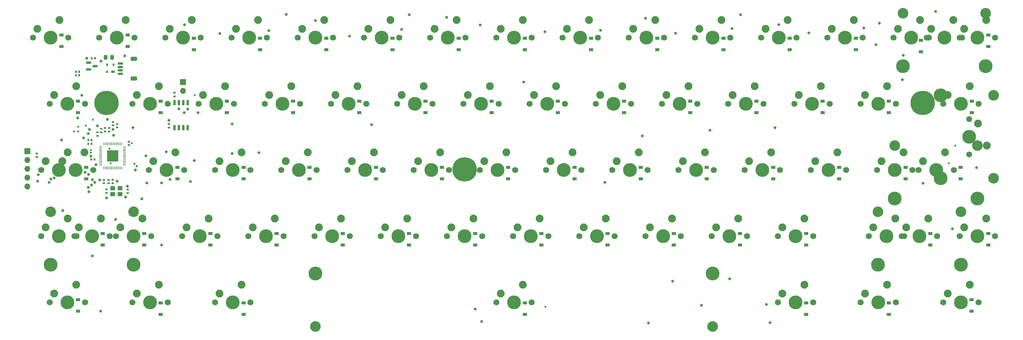
<source format=gbr>
%TF.GenerationSoftware,KiCad,Pcbnew,(6.0.10)*%
%TF.CreationDate,2023-01-19T12:44:57+01:00*%
%TF.ProjectId,SST60,53535436-302e-46b6-9963-61645f706362,0.1*%
%TF.SameCoordinates,Original*%
%TF.FileFunction,Soldermask,Bot*%
%TF.FilePolarity,Negative*%
%FSLAX46Y46*%
G04 Gerber Fmt 4.6, Leading zero omitted, Abs format (unit mm)*
G04 Created by KiCad (PCBNEW (6.0.10)) date 2023-01-19 12:44:57*
%MOMM*%
%LPD*%
G01*
G04 APERTURE LIST*
G04 Aperture macros list*
%AMRoundRect*
0 Rectangle with rounded corners*
0 $1 Rounding radius*
0 $2 $3 $4 $5 $6 $7 $8 $9 X,Y pos of 4 corners*
0 Add a 4 corners polygon primitive as box body*
4,1,4,$2,$3,$4,$5,$6,$7,$8,$9,$2,$3,0*
0 Add four circle primitives for the rounded corners*
1,1,$1+$1,$2,$3*
1,1,$1+$1,$4,$5*
1,1,$1+$1,$6,$7*
1,1,$1+$1,$8,$9*
0 Add four rect primitives between the rounded corners*
20,1,$1+$1,$2,$3,$4,$5,0*
20,1,$1+$1,$4,$5,$6,$7,0*
20,1,$1+$1,$6,$7,$8,$9,0*
20,1,$1+$1,$8,$9,$2,$3,0*%
G04 Aperture macros list end*
%ADD10C,3.987800*%
%ADD11C,1.750000*%
%ADD12C,2.250000*%
%ADD13C,1.000000*%
%ADD14C,7.001300*%
%ADD15C,7.000240*%
%ADD16C,3.048000*%
%ADD17C,1.701800*%
%ADD18R,1.000000X0.700000*%
%ADD19R,0.600000X0.700000*%
%ADD20R,1.200000X0.900000*%
%ADD21RoundRect,0.140000X-0.170000X0.140000X-0.170000X-0.140000X0.170000X-0.140000X0.170000X0.140000X0*%
%ADD22RoundRect,0.140000X0.170000X-0.140000X0.170000X0.140000X-0.170000X0.140000X-0.170000X-0.140000X0*%
%ADD23RoundRect,0.140000X-0.140000X-0.170000X0.140000X-0.170000X0.140000X0.170000X-0.140000X0.170000X0*%
%ADD24RoundRect,0.135000X0.185000X-0.135000X0.185000X0.135000X-0.185000X0.135000X-0.185000X-0.135000X0*%
%ADD25RoundRect,0.050000X0.387500X0.050000X-0.387500X0.050000X-0.387500X-0.050000X0.387500X-0.050000X0*%
%ADD26RoundRect,0.050000X0.050000X0.387500X-0.050000X0.387500X-0.050000X-0.387500X0.050000X-0.387500X0*%
%ADD27RoundRect,0.144000X1.456000X1.456000X-1.456000X1.456000X-1.456000X-1.456000X1.456000X-1.456000X0*%
%ADD28RoundRect,0.140000X0.140000X0.170000X-0.140000X0.170000X-0.140000X-0.170000X0.140000X-0.170000X0*%
%ADD29R,1.700000X1.700000*%
%ADD30O,1.700000X1.700000*%
%ADD31RoundRect,0.135000X-0.185000X0.135000X-0.185000X-0.135000X0.185000X-0.135000X0.185000X0.135000X0*%
%ADD32RoundRect,0.150000X-0.625000X0.150000X-0.625000X-0.150000X0.625000X-0.150000X0.625000X0.150000X0*%
%ADD33RoundRect,0.250000X-0.650000X0.350000X-0.650000X-0.350000X0.650000X-0.350000X0.650000X0.350000X0*%
%ADD34R,1.400000X1.200000*%
%ADD35RoundRect,0.150000X-0.587500X-0.150000X0.587500X-0.150000X0.587500X0.150000X-0.587500X0.150000X0*%
%ADD36RoundRect,0.150000X-0.150000X0.650000X-0.150000X-0.650000X0.150000X-0.650000X0.150000X0.650000X0*%
%ADD37RoundRect,0.243750X-0.243750X-0.456250X0.243750X-0.456250X0.243750X0.456250X-0.243750X0.456250X0*%
%ADD38RoundRect,0.140000X-0.219203X-0.021213X-0.021213X-0.219203X0.219203X0.021213X0.021213X0.219203X0*%
%ADD39C,0.800000*%
%ADD40C,0.600000*%
G04 APERTURE END LIST*
D10*
%TO.C,1.50u*%
X46037500Y-125412500D03*
D11*
X51117500Y-125412500D03*
X40957500Y-125412500D03*
D12*
X42227500Y-122872500D03*
X48577500Y-120332500D03*
%TD*%
D11*
%TO.C,T*%
X140970000Y-68262500D03*
X151130000Y-68262500D03*
D10*
X146050000Y-68262500D03*
D12*
X142240000Y-65722500D03*
X148590000Y-63182500D03*
%TD*%
D11*
%TO.C,Tab*%
X40957500Y-68262500D03*
X51117500Y-68262500D03*
D10*
X46037500Y-68262500D03*
D12*
X42227500Y-65722500D03*
X48577500Y-63182500D03*
%TD*%
D11*
%TO.C,[*%
X265430000Y-68262500D03*
X255270000Y-68262500D03*
D10*
X260350000Y-68262500D03*
D12*
X256540000Y-65722500D03*
X262890000Y-63182500D03*
%TD*%
D10*
%TO.C,1.50u*%
X255587500Y-125412500D03*
D11*
X250507500Y-125412500D03*
X260667500Y-125412500D03*
D12*
X251777500Y-122872500D03*
X258127500Y-120332500D03*
%TD*%
D11*
%TO.C,R*%
X132080000Y-68262500D03*
X121920000Y-68262500D03*
D10*
X127000000Y-68262500D03*
D12*
X123190000Y-65722500D03*
X129540000Y-63182500D03*
%TD*%
D10*
%TO.C,<*%
X217487500Y-106362500D03*
D11*
X222567500Y-106362500D03*
X212407500Y-106362500D03*
D12*
X213677500Y-103822500D03*
X220027500Y-101282500D03*
%TD*%
D10*
%TO.C,Stepped*%
X43656250Y-87312500D03*
D11*
X38576250Y-87312500D03*
X48736250Y-87312500D03*
D12*
X39846250Y-84772500D03*
X46196250Y-82232500D03*
%TD*%
D11*
%TO.C,S*%
X88582500Y-87312500D03*
X98742500Y-87312500D03*
D10*
X93662500Y-87312500D03*
D12*
X89852500Y-84772500D03*
X96202500Y-82232500D03*
%TD*%
D11*
%TO.C,B*%
X155257500Y-106362500D03*
D10*
X160337500Y-106362500D03*
D11*
X165417500Y-106362500D03*
D12*
X156527500Y-103822500D03*
X162877500Y-101282500D03*
%TD*%
D11*
%TO.C,H*%
X164782500Y-87312500D03*
X174942500Y-87312500D03*
D10*
X169862500Y-87312500D03*
D12*
X166052500Y-84772500D03*
X172402500Y-82232500D03*
%TD*%
D11*
%TO.C,D*%
X117792500Y-87312500D03*
X107632500Y-87312500D03*
D10*
X112712500Y-87312500D03*
D12*
X108902500Y-84772500D03*
X115252500Y-82232500D03*
%TD*%
D11*
%TO.C,J*%
X183832500Y-87312500D03*
X193992500Y-87312500D03*
D10*
X188912500Y-87312500D03*
D12*
X185102500Y-84772500D03*
X191452500Y-82232500D03*
%TD*%
D11*
%TO.C,ISO*%
X289242500Y-87312500D03*
X279082500Y-87312500D03*
D10*
X284162500Y-87312500D03*
D12*
X280352500Y-84772500D03*
X286702500Y-82232500D03*
%TD*%
D10*
%TO.C,Z*%
X84137500Y-106362500D03*
D11*
X89217500Y-106362500D03*
X79057500Y-106362500D03*
D12*
X80327500Y-103822500D03*
X86677500Y-101282500D03*
%TD*%
D11*
%TO.C,Split*%
X302895000Y-106362500D03*
X313055000Y-106362500D03*
D10*
X307975000Y-106362500D03*
D12*
X304165000Y-103822500D03*
X310515000Y-101282500D03*
%TD*%
D11*
%TO.C,W*%
X93980000Y-68262500D03*
D10*
X88900000Y-68262500D03*
D11*
X83820000Y-68262500D03*
D12*
X85090000Y-65722500D03*
X91440000Y-63182500D03*
%TD*%
D11*
%TO.C,-*%
X255905000Y-49212500D03*
D10*
X250825000Y-49212500D03*
D11*
X245745000Y-49212500D03*
D12*
X247015000Y-46672500D03*
X253365000Y-44132500D03*
%TD*%
D11*
%TO.C,Split*%
X276701250Y-106362500D03*
D10*
X281781250Y-106362500D03*
D11*
X286861250Y-106362500D03*
D12*
X277971250Y-103822500D03*
X284321250Y-101282500D03*
%TD*%
D10*
%TO.C,V*%
X141287500Y-106362500D03*
D11*
X146367500Y-106362500D03*
X136207500Y-106362500D03*
D12*
X137477500Y-103822500D03*
X143827500Y-101282500D03*
%TD*%
D11*
%TO.C,X*%
X98107500Y-106362500D03*
X108267500Y-106362500D03*
D10*
X103187500Y-106362500D03*
D12*
X99377500Y-103822500D03*
X105727500Y-101282500D03*
%TD*%
D11*
%TO.C,1u*%
X284480000Y-125412500D03*
X274320000Y-125412500D03*
D10*
X279400000Y-125412500D03*
D12*
X275590000Y-122872500D03*
X281940000Y-120332500D03*
%TD*%
D11*
%TO.C,5*%
X141605000Y-49212500D03*
X131445000Y-49212500D03*
D10*
X136525000Y-49212500D03*
D12*
X132715000Y-46672500D03*
X139065000Y-44132500D03*
%TD*%
D13*
%TO.C,H1*%
X55709904Y-66404904D03*
X57336250Y-70331250D03*
X58962596Y-69657596D03*
X55036250Y-68031250D03*
X292186250Y-70331250D03*
X57336250Y-65731250D03*
X59636250Y-68031250D03*
X58962596Y-66404904D03*
X292186250Y-65731250D03*
D14*
X57336250Y-68031250D03*
D13*
X55709904Y-69657596D03*
D15*
X160336250Y-87131250D03*
D13*
X293635250Y-70413250D03*
X290714250Y-70413250D03*
D15*
X292186250Y-68031250D03*
D13*
X290841250Y-65714250D03*
X293635250Y-65714250D03*
%TD*%
D11*
%TO.C,G*%
X145732500Y-87312500D03*
X155892500Y-87312500D03*
D10*
X150812500Y-87312500D03*
D12*
X147002500Y-84772500D03*
X153352500Y-82232500D03*
%TD*%
D10*
%TO.C,:*%
X246062500Y-87312500D03*
D11*
X240982500Y-87312500D03*
X251142500Y-87312500D03*
D12*
X242252500Y-84772500D03*
X248602500Y-82232500D03*
%TD*%
D11*
%TO.C,8*%
X198755000Y-49212500D03*
X188595000Y-49212500D03*
D10*
X193675000Y-49212500D03*
D12*
X189865000Y-46672500D03*
X196215000Y-44132500D03*
%TD*%
D11*
%TO.C,P*%
X236220000Y-68262500D03*
D10*
X241300000Y-68262500D03*
D11*
X246380000Y-68262500D03*
D12*
X237490000Y-65722500D03*
X243840000Y-63182500D03*
%TD*%
D11*
%TO.C,Q*%
X74930000Y-68262500D03*
D10*
X69850000Y-68262500D03*
D11*
X64770000Y-68262500D03*
D12*
X66040000Y-65722500D03*
X72390000Y-63182500D03*
%TD*%
D11*
%TO.C,1*%
X65405000Y-49212500D03*
X55245000Y-49212500D03*
D10*
X60325000Y-49212500D03*
D12*
X56515000Y-46672500D03*
X62865000Y-44132500D03*
%TD*%
D11*
%TO.C,Y*%
X170180000Y-68262500D03*
D10*
X165100000Y-68262500D03*
D11*
X160020000Y-68262500D03*
D12*
X161290000Y-65722500D03*
X167640000Y-63182500D03*
%TD*%
D11*
%TO.C,]*%
X274320000Y-68262500D03*
X284480000Y-68262500D03*
D10*
X279400000Y-68262500D03*
D12*
X275590000Y-65722500D03*
X281940000Y-63182500D03*
%TD*%
D10*
%TO.C,9*%
X212725000Y-49212500D03*
D11*
X207645000Y-49212500D03*
X217805000Y-49212500D03*
D12*
X208915000Y-46672500D03*
X215265000Y-44132500D03*
%TD*%
D11*
%TO.C,ISO*%
X60007500Y-106362500D03*
D10*
X65087500Y-106362500D03*
D11*
X70167500Y-106362500D03*
D12*
X61277500Y-103822500D03*
X67627500Y-101282500D03*
%TD*%
D10*
%TO.C,>*%
X236537500Y-106362500D03*
D11*
X231457500Y-106362500D03*
X241617500Y-106362500D03*
D12*
X232727500Y-103822500D03*
X239077500Y-101282500D03*
%TD*%
D11*
%TO.C,Full*%
X286226250Y-106362500D03*
D16*
X303244250Y-99377500D03*
D10*
X291306250Y-106362500D03*
X303244250Y-114617500D03*
D11*
X296386250Y-106362500D03*
D16*
X279368250Y-99377500D03*
D10*
X279368250Y-114617500D03*
D12*
X287496250Y-103822500D03*
X293846250Y-101282500D03*
%TD*%
D11*
%TO.C,C*%
X127317500Y-106362500D03*
X117157500Y-106362500D03*
D10*
X122237500Y-106362500D03*
D12*
X118427500Y-103822500D03*
X124777500Y-101282500D03*
%TD*%
D11*
%TO.C,E*%
X102870000Y-68262500D03*
X113030000Y-68262500D03*
D10*
X107950000Y-68262500D03*
D12*
X104140000Y-65722500D03*
X110490000Y-63182500D03*
%TD*%
D11*
%TO.C,ANSI*%
X290988750Y-87312500D03*
X301148750Y-87312500D03*
D16*
X284162500Y-80327500D03*
D10*
X307975000Y-95567500D03*
X296068750Y-87312500D03*
X284162500Y-95567500D03*
D16*
X307975000Y-80327500D03*
D12*
X292258750Y-84772500D03*
X298608750Y-82232500D03*
%TD*%
D11*
%TO.C,A*%
X79692500Y-87312500D03*
D10*
X74612500Y-87312500D03*
D11*
X69532500Y-87312500D03*
D12*
X70802500Y-84772500D03*
X77152500Y-82232500D03*
%TD*%
D10*
%TO.C,Split*%
X307975000Y-49212500D03*
D11*
X302895000Y-49212500D03*
X313055000Y-49212500D03*
D12*
X304165000Y-46672500D03*
X310515000Y-44132500D03*
%TD*%
D10*
%TO.C,0*%
X231775000Y-49212500D03*
D11*
X236855000Y-49212500D03*
X226695000Y-49212500D03*
D12*
X227965000Y-46672500D03*
X234315000Y-44132500D03*
%TD*%
D11*
%TO.C,L*%
X232092500Y-87312500D03*
X221932500Y-87312500D03*
D10*
X227012500Y-87312500D03*
D12*
X223202500Y-84772500D03*
X229552500Y-82232500D03*
%TD*%
D10*
%TO.C,I*%
X203200000Y-68262500D03*
D11*
X198120000Y-68262500D03*
X208280000Y-68262500D03*
D12*
X199390000Y-65722500D03*
X205740000Y-63182500D03*
%TD*%
D11*
%TO.C,M*%
X203517500Y-106362500D03*
X193357500Y-106362500D03*
D10*
X198437500Y-106362500D03*
D12*
X194627500Y-103822500D03*
X200977500Y-101282500D03*
%TD*%
D11*
%TO.C,Full*%
X293370000Y-49212500D03*
D10*
X286543750Y-57467500D03*
X298450000Y-49212500D03*
D16*
X310356250Y-42227500D03*
D11*
X303530000Y-49212500D03*
D10*
X310356250Y-57467500D03*
D16*
X286543750Y-42227500D03*
D12*
X294640000Y-46672500D03*
X300990000Y-44132500D03*
%TD*%
D11*
%TO.C,?*%
X260667500Y-106362500D03*
X250507500Y-106362500D03*
D10*
X255587500Y-106362500D03*
D12*
X251777500Y-103822500D03*
X258127500Y-101282500D03*
%TD*%
D11*
%TO.C,F*%
X136842500Y-87312500D03*
D10*
X131762500Y-87312500D03*
D11*
X126682500Y-87312500D03*
D12*
X127952500Y-84772500D03*
X134302500Y-82232500D03*
%TD*%
D16*
%TO.C,ISO*%
X312578750Y-65849500D03*
D17*
X305593750Y-72707500D03*
D10*
X305593750Y-77787500D03*
X297338750Y-89725500D03*
D16*
X312578750Y-89725500D03*
D17*
X305593750Y-82867500D03*
D10*
X297338750Y-65849500D03*
D12*
X310673750Y-80327500D03*
X308133750Y-73977500D03*
%TD*%
D11*
%TO.C,1u*%
X74930000Y-125412500D03*
D10*
X69850000Y-125412500D03*
D11*
X64770000Y-125412500D03*
D12*
X66040000Y-122872500D03*
X72390000Y-120332500D03*
%TD*%
D11*
%TO.C,N*%
X174307500Y-106362500D03*
X184467500Y-106362500D03*
D10*
X179387500Y-106362500D03*
D12*
X175577500Y-103822500D03*
X181927500Y-101282500D03*
%TD*%
D11*
%TO.C,3*%
X93345000Y-49212500D03*
D10*
X98425000Y-49212500D03*
D11*
X103505000Y-49212500D03*
D12*
X94615000Y-46672500D03*
X100965000Y-44132500D03*
%TD*%
D11*
%TO.C,6*%
X160655000Y-49212500D03*
X150495000Y-49212500D03*
D10*
X155575000Y-49212500D03*
D12*
X151765000Y-46672500D03*
X158115000Y-44132500D03*
%TD*%
D10*
%TO.C,"*%
X265112500Y-87312500D03*
D11*
X260032500Y-87312500D03*
X270192500Y-87312500D03*
D12*
X261302500Y-84772500D03*
X267652500Y-82232500D03*
%TD*%
D10*
%TO.C,Esc*%
X41275000Y-49212500D03*
D11*
X36195000Y-49212500D03*
X46355000Y-49212500D03*
D12*
X37465000Y-46672500D03*
X43815000Y-44132500D03*
%TD*%
D11*
%TO.C,1.50u*%
X98742500Y-125412500D03*
X88582500Y-125412500D03*
D10*
X93662500Y-125412500D03*
D12*
X89852500Y-122872500D03*
X96202500Y-120332500D03*
%TD*%
D11*
%TO.C,=*%
X274955000Y-49212500D03*
D10*
X269875000Y-49212500D03*
D11*
X264795000Y-49212500D03*
D12*
X266065000Y-46672500D03*
X272415000Y-44132500D03*
%TD*%
D11*
%TO.C,Split*%
X294005000Y-49212500D03*
D10*
X288925000Y-49212500D03*
D11*
X283845000Y-49212500D03*
D12*
X285115000Y-46672500D03*
X291465000Y-44132500D03*
%TD*%
D11*
%TO.C,K*%
X202882500Y-87312500D03*
D10*
X207962500Y-87312500D03*
D11*
X213042500Y-87312500D03*
D12*
X204152500Y-84772500D03*
X210502500Y-82232500D03*
%TD*%
D10*
%TO.C,ISO*%
X43656250Y-106362500D03*
D11*
X38576250Y-106362500D03*
X48736250Y-106362500D03*
D12*
X39846250Y-103822500D03*
X46196250Y-101282500D03*
%TD*%
D11*
%TO.C,2*%
X74295000Y-49212500D03*
D10*
X79375000Y-49212500D03*
D11*
X84455000Y-49212500D03*
D12*
X75565000Y-46672500D03*
X81915000Y-44132500D03*
%TD*%
D11*
%TO.C,ANSI*%
X298132500Y-68262500D03*
X308292500Y-68262500D03*
D10*
X303212500Y-68262500D03*
D12*
X299402500Y-65722500D03*
X305752500Y-63182500D03*
%TD*%
D11*
%TO.C,Full*%
X53498750Y-87312500D03*
X43338750Y-87312500D03*
D10*
X48418750Y-87312500D03*
D12*
X44608750Y-84772500D03*
X50958750Y-82232500D03*
%TD*%
D11*
%TO.C,7*%
X169545000Y-49212500D03*
D10*
X174625000Y-49212500D03*
D11*
X179705000Y-49212500D03*
D12*
X170815000Y-46672500D03*
X177165000Y-44132500D03*
%TD*%
D11*
%TO.C,O*%
X227330000Y-68262500D03*
X217170000Y-68262500D03*
D10*
X222250000Y-68262500D03*
D12*
X218440000Y-65722500D03*
X224790000Y-63182500D03*
%TD*%
D11*
%TO.C,1.50u*%
X308292500Y-125412500D03*
X298132500Y-125412500D03*
D10*
X303212500Y-125412500D03*
D12*
X299402500Y-122872500D03*
X305752500Y-120332500D03*
%TD*%
D10*
%TO.C,ANSI*%
X53181250Y-106362500D03*
D16*
X41275000Y-99377500D03*
D10*
X65087500Y-114617500D03*
D11*
X48101250Y-106362500D03*
D10*
X41275000Y-114617500D03*
D16*
X65087500Y-99377500D03*
D11*
X58261250Y-106362500D03*
D12*
X49371250Y-103822500D03*
X55721250Y-101282500D03*
%TD*%
D11*
%TO.C,MX42*%
X179705000Y-125412500D03*
D10*
X231775000Y-117157500D03*
D16*
X117475000Y-132397500D03*
D10*
X174625000Y-125412500D03*
X117475000Y-117157500D03*
D16*
X231775000Y-132397500D03*
D11*
X169545000Y-125412500D03*
D12*
X170815000Y-122872500D03*
X177165000Y-120332500D03*
%TD*%
D11*
%TO.C,4*%
X122555000Y-49212500D03*
D10*
X117475000Y-49212500D03*
D11*
X112395000Y-49212500D03*
D12*
X113665000Y-46672500D03*
X120015000Y-44132500D03*
%TD*%
D11*
%TO.C,U*%
X189230000Y-68262500D03*
X179070000Y-68262500D03*
D10*
X184150000Y-68262500D03*
D12*
X180340000Y-65722500D03*
X186690000Y-63182500D03*
%TD*%
D18*
%TO.C,U4*%
X59170000Y-59039000D03*
D19*
X57470000Y-59039000D03*
X57470000Y-57039000D03*
X59370000Y-57039000D03*
%TD*%
D20*
%TO.C,D19*%
X106275000Y-108900000D03*
X106275000Y-105600000D03*
%TD*%
D21*
%TO.C,C_3V-Decoup8*%
X57900000Y-90170000D03*
X57900000Y-91130000D03*
%TD*%
D20*
%TO.C,D46*%
X220575000Y-108900000D03*
X220575000Y-105600000D03*
%TD*%
%TO.C,D15*%
X96775000Y-128900000D03*
X96775000Y-125600000D03*
%TD*%
%TO.C,D63*%
X291725000Y-53300000D03*
X291725000Y-50000000D03*
%TD*%
%TO.C,D35*%
X187250000Y-70800000D03*
X187250000Y-67500000D03*
%TD*%
D22*
%TO.C,C_1V-Decoup2*%
X60425000Y-75080000D03*
X60425000Y-74120000D03*
%TD*%
D20*
%TO.C,D26*%
X149150000Y-70800000D03*
X149150000Y-67500000D03*
%TD*%
D23*
%TO.C,C_LDO2*%
X48542000Y-59055000D03*
X49502000Y-59055000D03*
%TD*%
D20*
%TO.C,D54*%
X263450000Y-70800000D03*
X263450000Y-67500000D03*
%TD*%
D22*
%TO.C,C_3V-Decoup2*%
X54700000Y-77455000D03*
X54700000Y-76495000D03*
%TD*%
D20*
%TO.C,D34*%
X177725000Y-52700000D03*
X177725000Y-49400000D03*
%TD*%
%TO.C,D50*%
X249175000Y-89875000D03*
X249175000Y-86575000D03*
%TD*%
D22*
%TO.C,C_Flash1*%
X75300000Y-75105000D03*
X75300000Y-74145000D03*
%TD*%
%TO.C,C_3V-Decoup6*%
X63750000Y-80155000D03*
X63750000Y-79195000D03*
%TD*%
D20*
%TO.C,D48*%
X234875000Y-52700000D03*
X234875000Y-49400000D03*
%TD*%
%TO.C,D22*%
X134875000Y-89850000D03*
X134875000Y-86550000D03*
%TD*%
D22*
%TO.C,C_Crystal2*%
X57300000Y-93905000D03*
X57300000Y-92945000D03*
%TD*%
D20*
%TO.C,D40*%
X206300000Y-70800000D03*
X206300000Y-67500000D03*
%TD*%
D24*
%TO.C,R_Crystal1*%
X59075000Y-91135000D03*
X59075000Y-90115000D03*
%TD*%
D20*
%TO.C,D14*%
X96775000Y-89850000D03*
X96775000Y-86550000D03*
%TD*%
%TO.C,D10*%
X72950000Y-128900000D03*
X72950000Y-125600000D03*
%TD*%
%TO.C,D61*%
X294400000Y-108900000D03*
X294400000Y-105600000D03*
%TD*%
%TO.C,D9*%
X68200000Y-108900000D03*
X68200000Y-105600000D03*
%TD*%
%TO.C,D37*%
X182500000Y-108900000D03*
X182500000Y-105600000D03*
%TD*%
D22*
%TO.C,C_1V-Decoup1*%
X55850000Y-76455000D03*
X55850000Y-75495000D03*
%TD*%
D25*
%TO.C,U1*%
X62537500Y-80650000D03*
X62537500Y-81050000D03*
X62537500Y-81450000D03*
X62537500Y-81850000D03*
X62537500Y-82250000D03*
X62537500Y-82650000D03*
X62537500Y-83050000D03*
X62537500Y-83450000D03*
X62537500Y-83850000D03*
X62537500Y-84250000D03*
X62537500Y-84650000D03*
X62537500Y-85050000D03*
X62537500Y-85450000D03*
X62537500Y-85850000D03*
D26*
X61700000Y-86687500D03*
X61300000Y-86687500D03*
X60900000Y-86687500D03*
X60500000Y-86687500D03*
X60100000Y-86687500D03*
X59700000Y-86687500D03*
X59300000Y-86687500D03*
X58900000Y-86687500D03*
X58500000Y-86687500D03*
X58100000Y-86687500D03*
X57700000Y-86687500D03*
X57300000Y-86687500D03*
X56900000Y-86687500D03*
X56500000Y-86687500D03*
D25*
X55662500Y-85850000D03*
X55662500Y-85450000D03*
X55662500Y-85050000D03*
X55662500Y-84650000D03*
X55662500Y-84250000D03*
X55662500Y-83850000D03*
X55662500Y-83450000D03*
X55662500Y-83050000D03*
X55662500Y-82650000D03*
X55662500Y-82250000D03*
X55662500Y-81850000D03*
X55662500Y-81450000D03*
X55662500Y-81050000D03*
X55662500Y-80650000D03*
D26*
X56500000Y-79812500D03*
X56900000Y-79812500D03*
X57300000Y-79812500D03*
X57700000Y-79812500D03*
X58100000Y-79812500D03*
X58500000Y-79812500D03*
X58900000Y-79812500D03*
X59300000Y-79812500D03*
X59700000Y-79812500D03*
X60100000Y-79812500D03*
X60500000Y-79812500D03*
X60900000Y-79812500D03*
X61300000Y-79812500D03*
X61700000Y-79812500D03*
D27*
X59100000Y-83250000D03*
%TD*%
D20*
%TO.C,D39*%
X196775000Y-52700000D03*
X196775000Y-49400000D03*
%TD*%
%TO.C,D2*%
X49125000Y-70800000D03*
X49125000Y-67500000D03*
%TD*%
%TO.C,D6*%
X63425000Y-51750000D03*
X63425000Y-48450000D03*
%TD*%
D28*
%TO.C,C_3V-Decoup7*%
X53030000Y-78700000D03*
X52070000Y-78700000D03*
%TD*%
%TO.C,C_LDO1*%
X54074000Y-55118000D03*
X53114000Y-55118000D03*
%TD*%
D29*
%TO.C,J2*%
X34550000Y-81925000D03*
D30*
X34550000Y-84465000D03*
X34550000Y-87005000D03*
X34550000Y-89545000D03*
X34550000Y-92085000D03*
%TD*%
D20*
%TO.C,D1*%
X44375000Y-51750000D03*
X44375000Y-48450000D03*
%TD*%
%TO.C,D67*%
X311075000Y-108900000D03*
X311075000Y-105600000D03*
%TD*%
%TO.C,D13*%
X92000000Y-70800000D03*
X92000000Y-67500000D03*
%TD*%
D31*
%TO.C,R_DATA2*%
X56925000Y-75240000D03*
X56925000Y-76260000D03*
%TD*%
D28*
%TO.C,C_3V-Decoup4*%
X53880000Y-84250000D03*
X52920000Y-84250000D03*
%TD*%
D20*
%TO.C,D21*%
X130100000Y-70800000D03*
X130100000Y-67500000D03*
%TD*%
D31*
%TO.C,R_DATA1*%
X58075000Y-75240000D03*
X58075000Y-76260000D03*
%TD*%
D20*
%TO.C,D4*%
X56275000Y-108900000D03*
X56275000Y-105600000D03*
%TD*%
%TO.C,D3*%
X51525000Y-89850000D03*
X51525000Y-86550000D03*
%TD*%
%TO.C,D36*%
X192025000Y-89850000D03*
X192025000Y-86550000D03*
%TD*%
%TO.C,D12*%
X82475000Y-52700000D03*
X82475000Y-49400000D03*
%TD*%
%TO.C,D25*%
X139625000Y-52700000D03*
X139625000Y-49400000D03*
%TD*%
D29*
%TO.C,boot*%
X79375000Y-61960000D03*
D30*
X79375000Y-64500000D03*
%TD*%
D20*
%TO.C,D30*%
X158675000Y-52700000D03*
X158675000Y-49400000D03*
%TD*%
%TO.C,D51*%
X239650000Y-108900000D03*
X239650000Y-105600000D03*
%TD*%
D32*
%TO.C,J1*%
X61302000Y-56643000D03*
X61302000Y-57643000D03*
X61302000Y-58643000D03*
X61302000Y-59643000D03*
D33*
X65177000Y-55343000D03*
X65177000Y-60943000D03*
%TD*%
D20*
%TO.C,D28*%
X144400000Y-108900000D03*
X144400000Y-105600000D03*
%TD*%
%TO.C,D38*%
X177725000Y-128900000D03*
X177725000Y-125600000D03*
%TD*%
D21*
%TO.C,C_Crystal1*%
X63400000Y-92945000D03*
X63400000Y-93905000D03*
%TD*%
D20*
%TO.C,D45*%
X230100000Y-89850000D03*
X230100000Y-86550000D03*
%TD*%
D28*
%TO.C,C_3V-Decoup5*%
X53030000Y-79750000D03*
X52070000Y-79750000D03*
%TD*%
D20*
%TO.C,D32*%
X172950000Y-89850000D03*
X172950000Y-86550000D03*
%TD*%
%TO.C,D55*%
X268200000Y-89850000D03*
X268200000Y-86550000D03*
%TD*%
%TO.C,D49*%
X244400000Y-70800000D03*
X244400000Y-67500000D03*
%TD*%
%TO.C,D5*%
X49150000Y-127950000D03*
X49150000Y-124650000D03*
%TD*%
D34*
%TO.C,Y1*%
X59075000Y-92575000D03*
X61275000Y-92575000D03*
X61275000Y-94275000D03*
X59075000Y-94275000D03*
%TD*%
D20*
%TO.C,D23*%
X125350000Y-108900000D03*
X125350000Y-105600000D03*
%TD*%
%TO.C,D20*%
X120575000Y-52700000D03*
X120575000Y-49400000D03*
%TD*%
%TO.C,D42*%
X201550000Y-108900000D03*
X201550000Y-105600000D03*
%TD*%
%TO.C,D64*%
X303125000Y-89875000D03*
X303125000Y-86575000D03*
%TD*%
%TO.C,D65*%
X311075000Y-51750000D03*
X311075000Y-48450000D03*
%TD*%
%TO.C,D16*%
X101525000Y-52700000D03*
X101525000Y-49400000D03*
%TD*%
%TO.C,D56*%
X258700000Y-108900000D03*
X258700000Y-105600000D03*
%TD*%
%TO.C,D27*%
X153900000Y-89850000D03*
X153900000Y-86550000D03*
%TD*%
D35*
%TO.C,U3*%
X52148500Y-58354000D03*
X52148500Y-56454000D03*
X54023500Y-57404000D03*
%TD*%
D20*
%TO.C,D59*%
X282500000Y-70800000D03*
X282500000Y-67500000D03*
%TD*%
%TO.C,D58*%
X272975000Y-52700000D03*
X272975000Y-49400000D03*
%TD*%
D22*
%TO.C,C_3V-Decoup3*%
X59175000Y-74455000D03*
X59175000Y-73495000D03*
%TD*%
D20*
%TO.C,D57*%
X258675000Y-128900000D03*
X258675000Y-125600000D03*
%TD*%
%TO.C,D43*%
X215825000Y-52700000D03*
X215825000Y-49400000D03*
%TD*%
%TO.C,D68*%
X306300000Y-127950000D03*
X306300000Y-124650000D03*
%TD*%
D21*
%TO.C,C_1V-Decoup3*%
X56550000Y-90170000D03*
X56550000Y-91130000D03*
%TD*%
D20*
%TO.C,D66*%
X306325000Y-70800000D03*
X306325000Y-67500000D03*
%TD*%
%TO.C,D62*%
X282500000Y-128900000D03*
X282500000Y-125600000D03*
%TD*%
%TO.C,D18*%
X115800000Y-89850000D03*
X115800000Y-86550000D03*
%TD*%
%TO.C,D33*%
X163450000Y-108900000D03*
X163450000Y-105600000D03*
%TD*%
%TO.C,D8*%
X77725000Y-89850000D03*
X77725000Y-86550000D03*
%TD*%
D36*
%TO.C,U2*%
X76920000Y-67925000D03*
X78190000Y-67925000D03*
X79460000Y-67925000D03*
X80730000Y-67925000D03*
X80730000Y-75125000D03*
X79460000Y-75125000D03*
X78190000Y-75125000D03*
X76920000Y-75125000D03*
%TD*%
D20*
%TO.C,D44*%
X225350000Y-70800000D03*
X225350000Y-67500000D03*
%TD*%
D24*
%TO.C,R_RST1*%
X37300000Y-83585000D03*
X37300000Y-82565000D03*
%TD*%
D20*
%TO.C,D53*%
X253925000Y-52700000D03*
X253925000Y-49400000D03*
%TD*%
%TO.C,D7*%
X72950000Y-70800000D03*
X72950000Y-67500000D03*
%TD*%
D37*
%TO.C,F1*%
X57101500Y-54864000D03*
X58976500Y-54864000D03*
%TD*%
D38*
%TO.C,C_3V-Decoup9*%
X65410589Y-85560589D03*
X66089411Y-86239411D03*
%TD*%
D20*
%TO.C,D60*%
X287275000Y-89850000D03*
X287275000Y-86550000D03*
%TD*%
%TO.C,D31*%
X168200000Y-70800000D03*
X168200000Y-67500000D03*
%TD*%
%TO.C,D11*%
X87225000Y-108900000D03*
X87225000Y-105600000D03*
%TD*%
D23*
%TO.C,C_3V-Decoup1*%
X48542000Y-60071000D03*
X49502000Y-60071000D03*
%TD*%
D20*
%TO.C,D41*%
X211075000Y-89850000D03*
X211075000Y-86550000D03*
%TD*%
D31*
%TO.C,R_Flash1*%
X76900000Y-65090000D03*
X76900000Y-66110000D03*
%TD*%
D20*
%TO.C,D17*%
X111050000Y-70800000D03*
X111050000Y-67500000D03*
%TD*%
D39*
X199525000Y-47125000D03*
X278725000Y-51275000D03*
X44750000Y-99000000D03*
X51150000Y-88025000D03*
D40*
X299780000Y-85340000D03*
D39*
X80725000Y-69800000D03*
X82575000Y-84575000D03*
X54700000Y-74650000D03*
X78175000Y-69700000D03*
X286400000Y-61300000D03*
X104050000Y-47225000D03*
X60400000Y-90525000D03*
X237300000Y-46625000D03*
X52275000Y-93550000D03*
X51689000Y-55118000D03*
X57300000Y-95375000D03*
X50200000Y-65850000D03*
X93530000Y-82600000D03*
X75275000Y-73025000D03*
X220200000Y-119350000D03*
D40*
X64650000Y-79625000D03*
D39*
X165300000Y-130925000D03*
X50725000Y-78075000D03*
X55753000Y-56007000D03*
X300750000Y-104275000D03*
X81450000Y-90575000D03*
X247225000Y-126050000D03*
X62600000Y-54475000D03*
X109100000Y-42525000D03*
X44400000Y-78700000D03*
X68675000Y-83275000D03*
X74549000Y-82042000D03*
X63375000Y-92000000D03*
X163449000Y-127381000D03*
X53250000Y-112075000D03*
X275250000Y-46450000D03*
X239775000Y-42650000D03*
X127300000Y-48750000D03*
D40*
X301610000Y-80260000D03*
D39*
X249700000Y-75125000D03*
X236650000Y-118650000D03*
X307725000Y-86625000D03*
X60000000Y-101500000D03*
X101220000Y-82350000D03*
X295950000Y-41700000D03*
D40*
X183700000Y-126660000D03*
D39*
X79800000Y-45500000D03*
X213275000Y-131375000D03*
X259475000Y-47900000D03*
X164875000Y-45600000D03*
X177400000Y-61975000D03*
D40*
X53475000Y-72825000D03*
D39*
X231025000Y-75900000D03*
D40*
X82770000Y-65710000D03*
D39*
X133650000Y-74275000D03*
X228550000Y-126300000D03*
X155200000Y-43375000D03*
X89950000Y-48025000D03*
D40*
X51450000Y-74550000D03*
D39*
X286650000Y-54325000D03*
X117425000Y-44275000D03*
X93525000Y-74050000D03*
X200800000Y-90875000D03*
X248250000Y-131275000D03*
X37680000Y-88680000D03*
X221125000Y-47950000D03*
X279725000Y-45050000D03*
X65600000Y-87350000D03*
X144500000Y-42650000D03*
X212450000Y-43650000D03*
X250800000Y-45450000D03*
X52875000Y-83300000D03*
X37500000Y-90500000D03*
X211500000Y-77475000D03*
X142275000Y-46850000D03*
X52070000Y-76835000D03*
X183450000Y-47525000D03*
D40*
X52842941Y-81532074D03*
X48000000Y-76250000D03*
D39*
X57625000Y-72750000D03*
X49075000Y-72325000D03*
D40*
X52851390Y-82331532D03*
X49202294Y-76245025D03*
D39*
X83675000Y-70800000D03*
X79650000Y-70800000D03*
D40*
X49199500Y-74900000D03*
D39*
X52125000Y-92300000D03*
X54300000Y-85799500D03*
X75650000Y-90025000D03*
X62800000Y-95125000D03*
X67500000Y-95600000D03*
X52175000Y-88625000D03*
X73152000Y-108900000D03*
X73152000Y-91059000D03*
X68925000Y-91075000D03*
X55626000Y-127950000D03*
X53250511Y-90125296D03*
X42300000Y-89575000D03*
X53950011Y-90892878D03*
X41350000Y-89900000D03*
X40825000Y-90875000D03*
X53059821Y-91600500D03*
D40*
X58500000Y-85350000D03*
X58225000Y-81150000D03*
D39*
X55425000Y-90175000D03*
X59406334Y-77357910D03*
X52450960Y-75599040D03*
X64950000Y-75100000D03*
X59225000Y-75600000D03*
X292325000Y-91100000D03*
M02*

</source>
